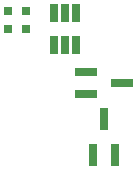
<source format=gbr>
G04 #@! TF.GenerationSoftware,KiCad,Pcbnew,(5.1.0-0)*
G04 #@! TF.CreationDate,2019-05-28T21:35:29-04:00*
G04 #@! TF.ProjectId,wspr_pi0,77737072-5f70-4693-902e-6b696361645f,rev?*
G04 #@! TF.SameCoordinates,Original*
G04 #@! TF.FileFunction,Paste,Bot*
G04 #@! TF.FilePolarity,Positive*
%FSLAX46Y46*%
G04 Gerber Fmt 4.6, Leading zero omitted, Abs format (unit mm)*
G04 Created by KiCad (PCBNEW (5.1.0-0)) date 2019-05-28 21:35:29*
%MOMM*%
%LPD*%
G04 APERTURE LIST*
%ADD10R,0.800000X1.900000*%
%ADD11R,1.900000X0.800000*%
%ADD12R,0.800000X0.750000*%
%ADD13R,0.650000X1.560000*%
G04 APERTURE END LIST*
D10*
X94168000Y-81510000D03*
X92268000Y-81510000D03*
X93218000Y-78510000D03*
D11*
X91718000Y-76388000D03*
X91718000Y-74488000D03*
X94718000Y-75438000D03*
D12*
X86602000Y-70866000D03*
X85102000Y-70866000D03*
X86602000Y-69342000D03*
X85102000Y-69342000D03*
D13*
X88966000Y-69516000D03*
X89916000Y-69516000D03*
X90866000Y-69516000D03*
X90866000Y-72216000D03*
X88966000Y-72216000D03*
X89916000Y-72216000D03*
M02*

</source>
